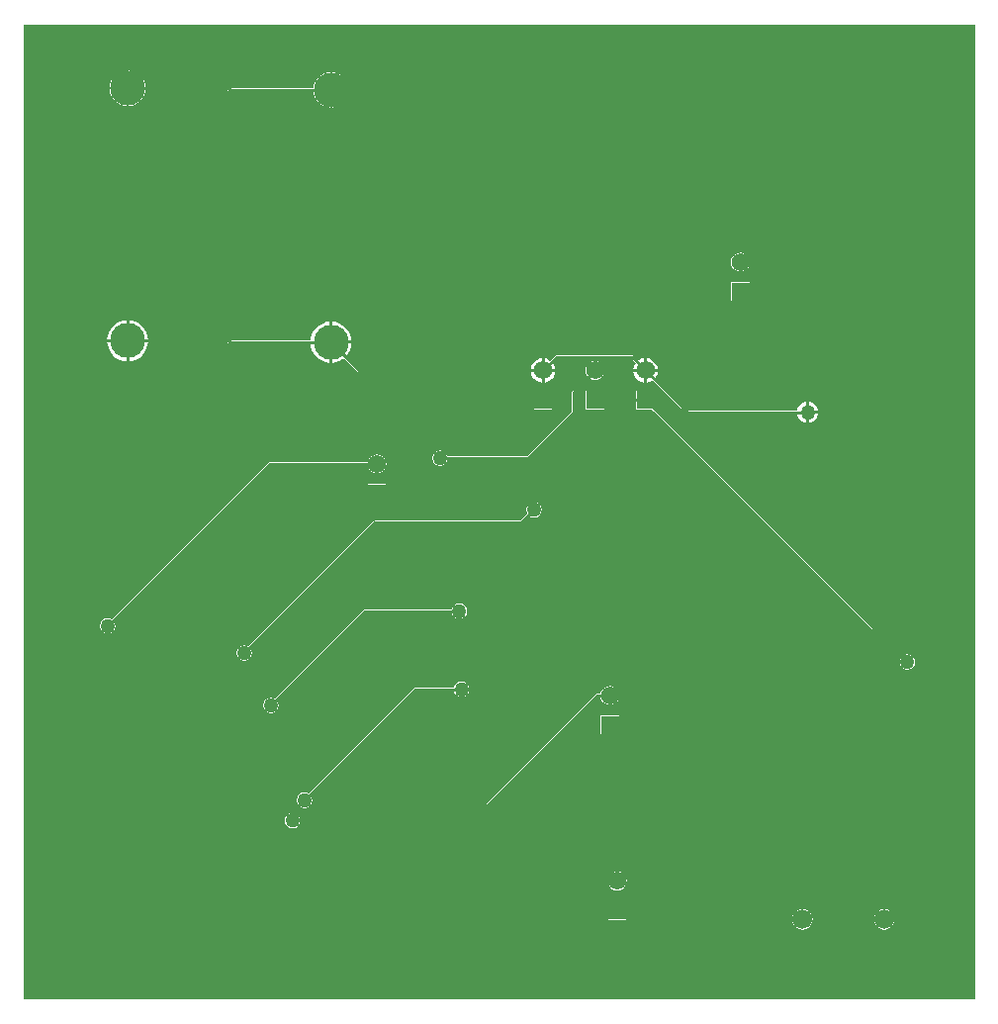
<source format=gbl>
G04*
G04 #@! TF.GenerationSoftware,Altium Limited,Altium Designer,21.5.1 (32)*
G04*
G04 Layer_Physical_Order=2*
G04 Layer_Color=16711680*
%FSLAX25Y25*%
%MOIN*%
G70*
G04*
G04 #@! TF.SameCoordinates,D1CED41D-7284-4930-815C-7774E47D36BB*
G04*
G04*
G04 #@! TF.FilePolarity,Positive*
G04*
G01*
G75*
%ADD13C,0.01000*%
%ADD31C,0.06181*%
%ADD32R,0.06181X0.06181*%
%ADD34C,0.06693*%
%ADD35C,0.11811*%
%ADD36C,0.05000*%
G36*
X320500Y0D02*
X0D01*
Y328500D01*
X320500D01*
Y0D01*
D02*
G37*
%LPC*%
G36*
X35000Y313004D02*
X33832Y312889D01*
X32710Y312548D01*
X31675Y311995D01*
X30768Y311251D01*
X30024Y310344D01*
X29471Y309310D01*
X29131Y308187D01*
X29016Y307020D01*
X29131Y305852D01*
X29471Y304730D01*
X30024Y303695D01*
X30768Y302788D01*
X31675Y302044D01*
X32710Y301491D01*
X33832Y301150D01*
X35000Y301035D01*
X36167Y301150D01*
X37290Y301491D01*
X38325Y302044D01*
X39232Y302788D01*
X39976Y303695D01*
X40529Y304730D01*
X40869Y305852D01*
X40926Y306424D01*
X68753D01*
X69079Y306099D01*
X69500Y305924D01*
X97574D01*
X97631Y305352D01*
X97971Y304229D01*
X98524Y303195D01*
X99268Y302288D01*
X100175Y301544D01*
X101210Y300991D01*
X102332Y300650D01*
X103500Y300535D01*
X104667Y300650D01*
X105790Y300991D01*
X106825Y301544D01*
X107732Y302288D01*
X108476Y303195D01*
X109029Y304229D01*
X109369Y305352D01*
X109484Y306520D01*
X109369Y307687D01*
X109029Y308810D01*
X108476Y309844D01*
X107732Y310751D01*
X106825Y311495D01*
X105790Y312048D01*
X104667Y312389D01*
X103500Y312504D01*
X102332Y312389D01*
X101210Y312048D01*
X100175Y311495D01*
X99268Y310751D01*
X98524Y309844D01*
X97971Y308810D01*
X97631Y307687D01*
X97574Y307115D01*
X69747D01*
X69421Y307440D01*
X69000Y307615D01*
X40926D01*
X40869Y308187D01*
X40529Y309310D01*
X39976Y310344D01*
X39232Y311251D01*
X38325Y311995D01*
X37290Y312548D01*
X36167Y312889D01*
X35000Y313004D01*
D02*
G37*
G36*
X241500Y251668D02*
X240680Y251560D01*
X239916Y251243D01*
X239260Y250740D01*
X238757Y250084D01*
X238440Y249320D01*
X238332Y248500D01*
X238440Y247680D01*
X238757Y246916D01*
X239260Y246260D01*
X239916Y245757D01*
X240680Y245440D01*
X241500Y245332D01*
X242320Y245440D01*
X243084Y245757D01*
X243740Y246260D01*
X244243Y246916D01*
X244560Y247680D01*
X244668Y248500D01*
X244560Y249320D01*
X244243Y250084D01*
X243740Y250740D01*
X243084Y251243D01*
X242320Y251560D01*
X241500Y251668D01*
D02*
G37*
G36*
X244640Y241640D02*
X238359D01*
Y235360D01*
X244640D01*
Y241640D01*
D02*
G37*
G36*
X34500Y228870D02*
X33646Y228786D01*
X32345Y228391D01*
X31145Y227750D01*
X30093Y226887D01*
X29230Y225835D01*
X28589Y224636D01*
X28194Y223334D01*
X28110Y222480D01*
X34500D01*
Y228870D01*
D02*
G37*
G36*
X104000Y228370D02*
Y221980D01*
X110390D01*
X110306Y222834D01*
X109911Y224136D01*
X109269Y225336D01*
X108407Y226387D01*
X107355Y227250D01*
X106155Y227891D01*
X104854Y228286D01*
X104000Y228370D01*
D02*
G37*
G36*
X204900Y217195D02*
X179600D01*
X179302Y217072D01*
X179179Y217021D01*
X177441Y215283D01*
X177063Y215573D01*
X176068Y215985D01*
X175500Y216060D01*
Y212500D01*
X179060D01*
X178985Y213068D01*
X178573Y214063D01*
X178283Y214441D01*
X179847Y216005D01*
X204653D01*
X206217Y214441D01*
X205927Y214063D01*
X205515Y213068D01*
X205440Y212500D01*
X209000D01*
Y216060D01*
X208432Y215985D01*
X207437Y215573D01*
X207059Y215283D01*
X205321Y217021D01*
X204900Y217195D01*
D02*
G37*
G36*
X34500Y221480D02*
X28110D01*
X28194Y220627D01*
X28589Y219325D01*
X29230Y218125D01*
X30093Y217074D01*
X31145Y216211D01*
X32345Y215570D01*
X33646Y215175D01*
X34500Y215091D01*
Y221480D01*
D02*
G37*
G36*
X35500Y228870D02*
Y221980D01*
Y215091D01*
X36354Y215175D01*
X37655Y215570D01*
X38855Y216211D01*
X39907Y217074D01*
X40769Y218125D01*
X41411Y219325D01*
X41806Y220627D01*
X41880Y221385D01*
X68753D01*
X69079Y221059D01*
X69500Y220885D01*
X96620D01*
X96694Y220127D01*
X97089Y218825D01*
X97730Y217625D01*
X98593Y216574D01*
X99645Y215711D01*
X100845Y215070D01*
X102146Y214675D01*
X103000Y214591D01*
Y221480D01*
Y228370D01*
X102146Y228286D01*
X100845Y227891D01*
X99645Y227250D01*
X98593Y226387D01*
X97730Y225336D01*
X97089Y224136D01*
X96694Y222834D01*
X96620Y222076D01*
X69747D01*
X69421Y222401D01*
X69000Y222576D01*
X41880D01*
X41806Y223334D01*
X41411Y224636D01*
X40769Y225835D01*
X39907Y226887D01*
X38855Y227750D01*
X37655Y228391D01*
X36354Y228786D01*
X35500Y228870D01*
D02*
G37*
G36*
X210000Y216060D02*
Y212500D01*
X213560D01*
X213485Y213068D01*
X213073Y214063D01*
X212417Y214917D01*
X211563Y215573D01*
X210568Y215985D01*
X210000Y216060D01*
D02*
G37*
G36*
X192500Y215168D02*
X191680Y215060D01*
X190916Y214743D01*
X190260Y214240D01*
X189757Y213584D01*
X189440Y212820D01*
X189332Y212000D01*
X189440Y211180D01*
X189757Y210416D01*
X189895Y210237D01*
X184879Y205221D01*
X184705Y204800D01*
Y197947D01*
X169753Y182995D01*
X142781D01*
X142702Y183395D01*
X142138Y184238D01*
X141295Y184802D01*
X140300Y185000D01*
X139305Y184802D01*
X138462Y184238D01*
X137898Y183395D01*
X137700Y182400D01*
X137898Y181405D01*
X138462Y180562D01*
X139305Y179998D01*
X140300Y179800D01*
X141295Y179998D01*
X142138Y180562D01*
X142702Y181405D01*
X142781Y181805D01*
X170000D01*
X170421Y181979D01*
X185721Y197279D01*
X185808Y197490D01*
X185895Y197700D01*
Y204553D01*
X190736Y209395D01*
X190916Y209257D01*
X191680Y208940D01*
X192500Y208832D01*
X193320Y208940D01*
X194084Y209257D01*
X194740Y209760D01*
X195243Y210416D01*
X195560Y211180D01*
X195668Y212000D01*
X195560Y212820D01*
X195243Y213584D01*
X194740Y214240D01*
X194084Y214743D01*
X193320Y215060D01*
X192500Y215168D01*
D02*
G37*
G36*
X179060Y211500D02*
X175500D01*
Y207940D01*
X176068Y208015D01*
X177063Y208427D01*
X177917Y209083D01*
X178573Y209937D01*
X178985Y210932D01*
X179060Y211500D01*
D02*
G37*
G36*
X110390Y220980D02*
X104000D01*
Y214591D01*
X104854Y214675D01*
X106155Y215070D01*
X107355Y215711D01*
X107944Y216194D01*
X112559Y211579D01*
X112980Y211405D01*
X170952D01*
X171015Y210932D01*
X171427Y209937D01*
X172083Y209083D01*
X172937Y208427D01*
X173932Y208015D01*
X174500Y207940D01*
Y212000D01*
Y216060D01*
X173932Y215985D01*
X172937Y215573D01*
X172083Y214917D01*
X171427Y214063D01*
X171015Y213068D01*
X170952Y212595D01*
X113227D01*
X108786Y217036D01*
X109269Y217625D01*
X109911Y218825D01*
X110306Y220127D01*
X110390Y220980D01*
D02*
G37*
G36*
X209000Y211500D02*
X205440D01*
X205515Y210932D01*
X205927Y209937D01*
X206583Y209083D01*
X207437Y208427D01*
X208432Y208015D01*
X209000Y207940D01*
Y211500D01*
D02*
G37*
G36*
X212641Y205140D02*
X206360D01*
Y202595D01*
X195641D01*
Y205140D01*
X189359D01*
Y198859D01*
X195641D01*
Y201405D01*
X206360D01*
Y198859D01*
X211799D01*
X295624Y115034D01*
X295398Y114695D01*
X295200Y113700D01*
X295398Y112705D01*
X295961Y111862D01*
X296805Y111298D01*
X297800Y111100D01*
X298795Y111298D01*
X299639Y111862D01*
X300202Y112705D01*
X300400Y113700D01*
X300202Y114695D01*
X299639Y115538D01*
X298795Y116102D01*
X297800Y116300D01*
X296805Y116102D01*
X296466Y115876D01*
X212641Y199701D01*
Y205140D01*
D02*
G37*
G36*
X178141D02*
X171859D01*
Y198859D01*
X178141D01*
Y205140D01*
D02*
G37*
G36*
X264700Y201364D02*
Y198400D01*
X267664D01*
X267610Y198814D01*
X267257Y199665D01*
X266696Y200396D01*
X265965Y200957D01*
X265114Y201310D01*
X264700Y201364D01*
D02*
G37*
G36*
X267664Y197400D02*
X264700D01*
Y194436D01*
X265114Y194490D01*
X265965Y194843D01*
X266696Y195404D01*
X267257Y196135D01*
X267610Y196986D01*
X267664Y197400D01*
D02*
G37*
G36*
X213560Y211500D02*
X210000D01*
Y207940D01*
X210568Y208015D01*
X211563Y208427D01*
X211941Y208717D01*
X223179Y197479D01*
X223302Y197428D01*
X223600Y197305D01*
X260748D01*
X260790Y196986D01*
X261143Y196135D01*
X261704Y195404D01*
X262435Y194843D01*
X263286Y194490D01*
X263700Y194436D01*
Y197900D01*
Y201364D01*
X263286Y201310D01*
X262435Y200957D01*
X261704Y200396D01*
X261143Y199665D01*
X260790Y198814D01*
X260748Y198495D01*
X223847D01*
X212783Y209559D01*
X213073Y209937D01*
X213485Y210932D01*
X213560Y211500D01*
D02*
G37*
G36*
X119000Y183668D02*
X118180Y183560D01*
X117416Y183243D01*
X116760Y182740D01*
X116257Y182084D01*
X115940Y181320D01*
X115911Y181095D01*
X82900D01*
X82602Y180972D01*
X82479Y180921D01*
X29634Y128076D01*
X29295Y128302D01*
X28300Y128500D01*
X27305Y128302D01*
X26461Y127738D01*
X25898Y126895D01*
X25700Y125900D01*
X25898Y124905D01*
X26461Y124062D01*
X27305Y123498D01*
X28300Y123300D01*
X29295Y123498D01*
X30138Y124062D01*
X30702Y124905D01*
X30900Y125900D01*
X30702Y126895D01*
X30476Y127234D01*
X83147Y179905D01*
X115911D01*
X115940Y179680D01*
X116257Y178916D01*
X116760Y178260D01*
X117416Y177757D01*
X118180Y177440D01*
X119000Y177332D01*
X119820Y177440D01*
X120584Y177757D01*
X121240Y178260D01*
X121743Y178916D01*
X122060Y179680D01*
X122168Y180500D01*
X122060Y181320D01*
X121743Y182084D01*
X121240Y182740D01*
X120584Y183243D01*
X119820Y183560D01*
X119000Y183668D01*
D02*
G37*
G36*
X122141Y173641D02*
X115859D01*
Y167359D01*
X122141D01*
Y173641D01*
D02*
G37*
G36*
X172000Y167600D02*
X171005Y167402D01*
X170162Y166838D01*
X169598Y165995D01*
X169400Y165000D01*
X169598Y164005D01*
X169824Y163666D01*
X167453Y161295D01*
X118300D01*
X117879Y161121D01*
X75734Y118976D01*
X75395Y119202D01*
X74400Y119400D01*
X73405Y119202D01*
X72562Y118638D01*
X71998Y117795D01*
X71800Y116800D01*
X71998Y115805D01*
X72562Y114962D01*
X73405Y114398D01*
X74400Y114200D01*
X75395Y114398D01*
X76239Y114962D01*
X76802Y115805D01*
X77000Y116800D01*
X76802Y117795D01*
X76576Y118134D01*
X118547Y160105D01*
X167700D01*
X168121Y160279D01*
X170666Y162824D01*
X171005Y162598D01*
X172000Y162400D01*
X172995Y162598D01*
X173838Y163162D01*
X174402Y164005D01*
X174600Y165000D01*
X174402Y165995D01*
X173838Y166838D01*
X172995Y167402D01*
X172000Y167600D01*
D02*
G37*
G36*
X146800Y133500D02*
X145805Y133302D01*
X144962Y132738D01*
X144398Y131895D01*
X144318Y131495D01*
X115039D01*
X114828Y131408D01*
X114618Y131321D01*
X84634Y101337D01*
X84295Y101564D01*
X83300Y101761D01*
X82305Y101564D01*
X81462Y101000D01*
X80898Y100156D01*
X80700Y99161D01*
X80898Y98166D01*
X81462Y97323D01*
X82305Y96759D01*
X83300Y96561D01*
X84295Y96759D01*
X85138Y97323D01*
X85702Y98166D01*
X85900Y99161D01*
X85702Y100156D01*
X85476Y100495D01*
X115285Y130305D01*
X144318D01*
X144398Y129905D01*
X144962Y129062D01*
X145805Y128498D01*
X146800Y128300D01*
X147795Y128498D01*
X148638Y129062D01*
X149202Y129905D01*
X149400Y130900D01*
X149202Y131895D01*
X148638Y132738D01*
X147795Y133302D01*
X146800Y133500D01*
D02*
G37*
G36*
X147500Y107200D02*
X146505Y107002D01*
X145662Y106438D01*
X145098Y105595D01*
X145018Y105195D01*
X131941D01*
X131643Y105072D01*
X131520Y105021D01*
X95893Y69394D01*
X95554Y69620D01*
X94559Y69818D01*
X93564Y69620D01*
X92721Y69056D01*
X92157Y68213D01*
X91959Y67218D01*
X92157Y66223D01*
X92721Y65380D01*
X93564Y64816D01*
X94559Y64618D01*
X95554Y64816D01*
X96398Y65380D01*
X96961Y66223D01*
X97159Y67218D01*
X96961Y68213D01*
X96735Y68552D01*
X132188Y104005D01*
X145018D01*
X145098Y103605D01*
X145662Y102762D01*
X146505Y102198D01*
X147500Y102000D01*
X148495Y102198D01*
X149338Y102762D01*
X149902Y103605D01*
X150100Y104600D01*
X149902Y105595D01*
X149338Y106438D01*
X148495Y107002D01*
X147500Y107200D01*
D02*
G37*
G36*
X197500Y105668D02*
X196680Y105560D01*
X195916Y105243D01*
X195260Y104740D01*
X194757Y104084D01*
X194440Y103320D01*
X194411Y103095D01*
X193200D01*
X192902Y102972D01*
X192779Y102921D01*
X150753Y60895D01*
X92981D01*
X92902Y61295D01*
X92339Y62138D01*
X91495Y62702D01*
X90500Y62900D01*
X89505Y62702D01*
X88661Y62138D01*
X88098Y61295D01*
X87900Y60300D01*
X88098Y59305D01*
X88661Y58461D01*
X89505Y57898D01*
X90500Y57700D01*
X91495Y57898D01*
X92339Y58461D01*
X92902Y59305D01*
X92981Y59705D01*
X151000D01*
X151421Y59879D01*
X193447Y101905D01*
X194411D01*
X194440Y101680D01*
X194757Y100916D01*
X195260Y100260D01*
X195916Y99757D01*
X196680Y99440D01*
X197500Y99332D01*
X198320Y99440D01*
X199084Y99757D01*
X199740Y100260D01*
X200243Y100916D01*
X200560Y101680D01*
X200668Y102500D01*
X200560Y103320D01*
X200243Y104084D01*
X199740Y104740D01*
X199084Y105243D01*
X198320Y105560D01*
X197500Y105668D01*
D02*
G37*
G36*
X200641Y95640D02*
X194359D01*
Y89359D01*
X200641D01*
Y95640D01*
D02*
G37*
G36*
X200000Y43168D02*
X199180Y43060D01*
X198416Y42743D01*
X197760Y42240D01*
X197257Y41584D01*
X196940Y40820D01*
X196832Y40000D01*
X196940Y39180D01*
X197257Y38416D01*
X197760Y37760D01*
X198416Y37257D01*
X199180Y36940D01*
X200000Y36832D01*
X200820Y36940D01*
X201584Y37257D01*
X202240Y37760D01*
X202743Y38416D01*
X203060Y39180D01*
X203168Y40000D01*
X203060Y40820D01*
X202743Y41584D01*
X202240Y42240D01*
X201584Y42743D01*
X200820Y43060D01*
X200000Y43168D01*
D02*
G37*
G36*
X203141Y33141D02*
X196859D01*
Y26859D01*
X203141D01*
Y33141D01*
D02*
G37*
G36*
X290000Y30426D02*
X289113Y30309D01*
X288287Y29967D01*
X287578Y29422D01*
X287033Y28713D01*
X286691Y27887D01*
X286574Y27000D01*
X286691Y26113D01*
X287033Y25287D01*
X287578Y24578D01*
X288287Y24033D01*
X289113Y23691D01*
X290000Y23574D01*
X290887Y23691D01*
X291713Y24033D01*
X292422Y24578D01*
X292967Y25287D01*
X293309Y26113D01*
X293426Y27000D01*
X293309Y27887D01*
X292967Y28713D01*
X292422Y29422D01*
X291713Y29967D01*
X290887Y30309D01*
X290000Y30426D01*
D02*
G37*
G36*
X262441D02*
X261554Y30309D01*
X260728Y29967D01*
X260019Y29422D01*
X259474Y28713D01*
X259132Y27887D01*
X259015Y27000D01*
X259132Y26113D01*
X259474Y25287D01*
X260019Y24578D01*
X260728Y24033D01*
X261554Y23691D01*
X262441Y23574D01*
X263328Y23691D01*
X264154Y24033D01*
X264863Y24578D01*
X265408Y25287D01*
X265750Y26113D01*
X265867Y27000D01*
X265750Y27887D01*
X265408Y28713D01*
X264863Y29422D01*
X264154Y29967D01*
X263328Y30309D01*
X262441Y30426D01*
D02*
G37*
%LPD*%
D13*
X35000Y307020D02*
X69000D01*
X69500Y306520D01*
X103500D01*
X192500Y202000D02*
X209500D01*
X35000Y221980D02*
X69000D01*
X69500Y221480D01*
X103500D01*
X185300Y204800D02*
X192500Y212000D01*
X185300Y197700D02*
Y204800D01*
X170000Y182400D02*
X185300Y197700D01*
X140300Y182400D02*
X170000D01*
X83300Y99161D02*
X115039Y130900D01*
X146800D01*
X90500Y60300D02*
X151000D01*
X193200Y102500D01*
X197500D01*
X209500Y202000D02*
X297800Y113700D01*
X28300Y125900D02*
X82900Y180500D01*
X119000D01*
X74400Y116800D02*
X118300Y160700D01*
X167700D01*
X172000Y165000D01*
X94559Y67218D02*
X131941Y104600D01*
X147500D01*
X103500Y221480D02*
X112980Y212000D01*
X175000D01*
X204900Y216600D02*
X209500Y212000D01*
X179600Y216600D02*
X204900D01*
X175000Y212000D02*
X179600Y216600D01*
X209500Y212000D02*
X223600Y197900D01*
X264200D01*
D31*
X209500Y212000D02*
D03*
X192500D02*
D03*
X175000D02*
D03*
X241500Y248500D02*
D03*
X200000Y40000D02*
D03*
X197500Y102500D02*
D03*
X119000Y180500D02*
D03*
D32*
X209500Y202000D02*
D03*
X192500D02*
D03*
X175000D02*
D03*
X241500Y238500D02*
D03*
X200000Y30000D02*
D03*
X197500Y92500D02*
D03*
X119000Y170500D02*
D03*
D34*
X290000Y27000D02*
D03*
X262441D02*
D03*
D35*
X35000Y307020D02*
D03*
Y221980D02*
D03*
X103500Y221480D02*
D03*
Y306520D02*
D03*
D36*
X140300Y182400D02*
D03*
X83300Y99161D02*
D03*
X146800Y130900D02*
D03*
X90500Y60300D02*
D03*
X297800Y113700D02*
D03*
X28300Y125900D02*
D03*
X74400Y116800D02*
D03*
X172000Y165000D02*
D03*
X94559Y67218D02*
D03*
X147500Y104600D02*
D03*
X264200Y197900D02*
D03*
M02*

</source>
